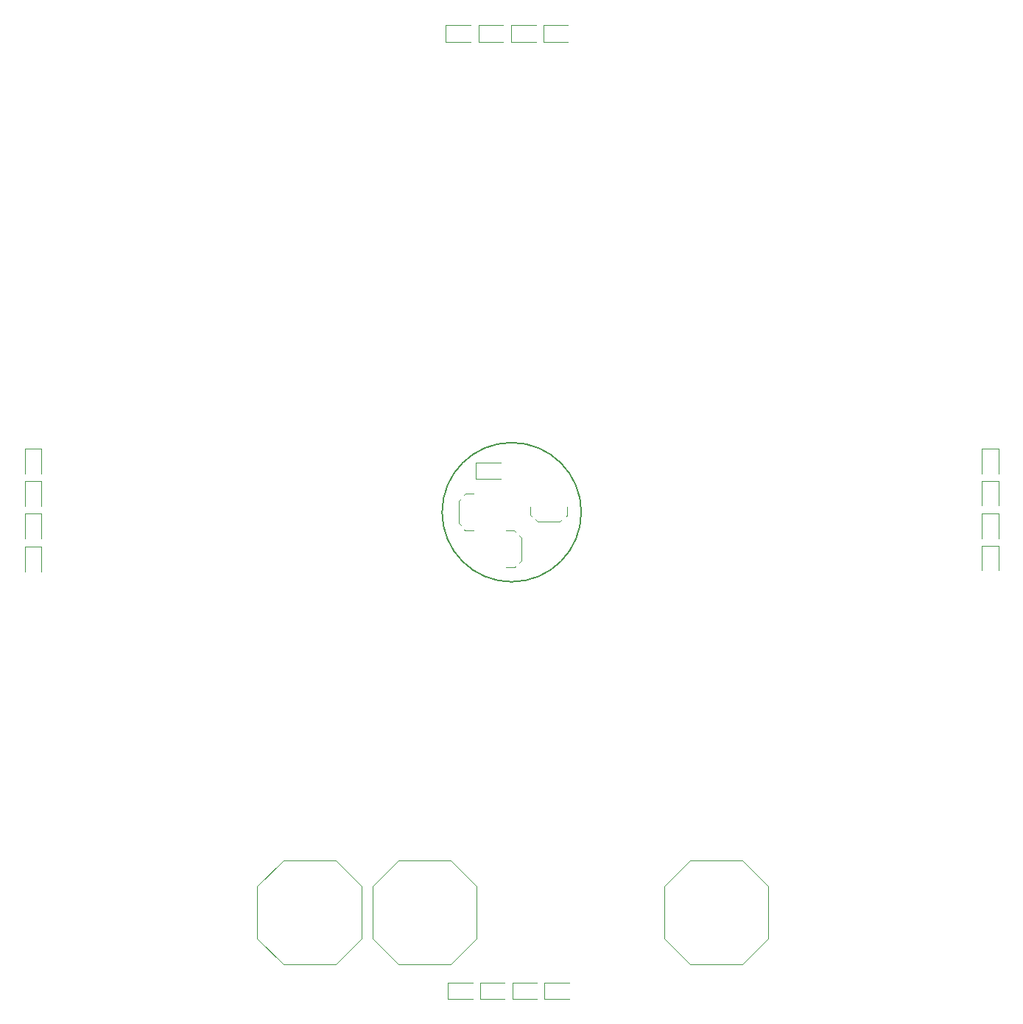
<source format=gbr>
%TF.GenerationSoftware,KiCad,Pcbnew,7.0.6*%
%TF.CreationDate,2023-08-13T13:34:14+02:00*%
%TF.ProjectId,MagLev,4d61674c-6576-42e6-9b69-6361645f7063,V1.0*%
%TF.SameCoordinates,Original*%
%TF.FileFunction,Legend,Bot*%
%TF.FilePolarity,Positive*%
%FSLAX46Y46*%
G04 Gerber Fmt 4.6, Leading zero omitted, Abs format (unit mm)*
G04 Created by KiCad (PCBNEW 7.0.6) date 2023-08-13 13:34:14*
%MOMM*%
%LPD*%
G01*
G04 APERTURE LIST*
%ADD10C,0.153000*%
%ADD11C,0.120000*%
%ADD12C,0.100000*%
G04 APERTURE END LIST*
D10*
X160400000Y-101600000D02*
G75*
G03*
X160400000Y-101600000I-8000000J0D01*
G01*
D11*
%TO.C,D14*%
X98360000Y-101765000D02*
X98360000Y-104625000D01*
X96440000Y-101765000D02*
X98360000Y-101765000D01*
X96440000Y-104625000D02*
X96440000Y-101765000D01*
%TO.C,PB2*%
D12*
X181894400Y-144602800D02*
X181894400Y-150597200D01*
X178897200Y-153594400D01*
X172902800Y-153594400D01*
X169905600Y-150597200D01*
X169905600Y-144602800D01*
X172902800Y-141605600D01*
X178897200Y-141605600D01*
X181894400Y-144602800D01*
D11*
%TO.C,D18*%
X208360000Y-101740000D02*
X208360000Y-104600000D01*
X206440000Y-101740000D02*
X208360000Y-101740000D01*
X206440000Y-104600000D02*
X206440000Y-101740000D01*
%TO.C,D20*%
X156030000Y-45615000D02*
X158890000Y-45615000D01*
X156030000Y-47535000D02*
X156030000Y-45615000D01*
X158890000Y-47535000D02*
X156030000Y-47535000D01*
%TO.C,D16*%
X152464998Y-155640000D02*
X155324998Y-155640000D01*
X152464998Y-157560000D02*
X152464998Y-155640000D01*
X155324998Y-157560000D02*
X152464998Y-157560000D01*
%TO.C,U11*%
X158800000Y-101900000D02*
X158800000Y-100950000D01*
X158650000Y-102050000D02*
X158800000Y-101900000D01*
X157950000Y-102700000D02*
X158200000Y-102450000D01*
X157950000Y-102700000D02*
X155350000Y-102700000D01*
X155350000Y-102700000D02*
X155100000Y-102450000D01*
X154700000Y-102050000D02*
X154550000Y-101900000D01*
X154550000Y-100950000D02*
X154550000Y-101900000D01*
%TO.C,D12*%
X152330000Y-45615000D02*
X155190000Y-45615000D01*
X152330000Y-47535000D02*
X152330000Y-45615000D01*
X155190000Y-47535000D02*
X152330000Y-47535000D01*
%TO.C,D17*%
X145040000Y-155640000D02*
X147900000Y-155640000D01*
X145040000Y-157560000D02*
X145040000Y-155640000D01*
X147900000Y-157560000D02*
X145040000Y-157560000D01*
%TO.C,D23*%
X98360000Y-98040001D02*
X98360000Y-100900001D01*
X96440000Y-98040001D02*
X98360000Y-98040001D01*
X96440000Y-100900001D02*
X96440000Y-98040001D01*
%TO.C,Q16*%
X148290000Y-95890000D02*
X151150000Y-95890000D01*
X148290000Y-97810000D02*
X148290000Y-95890000D01*
X151150000Y-97810000D02*
X148290000Y-97810000D01*
%TO.C,D27*%
X208360000Y-97990002D02*
X208360000Y-100850002D01*
X206440000Y-97990002D02*
X208360000Y-97990002D01*
X206440000Y-100850002D02*
X206440000Y-97990002D01*
%TO.C,D19*%
X208360000Y-94290002D02*
X208360000Y-97150002D01*
X206440000Y-94290002D02*
X208360000Y-94290002D01*
X206440000Y-97150002D02*
X206440000Y-94290002D01*
%TO.C,D26*%
X208360000Y-105440000D02*
X208360000Y-108300000D01*
X206440000Y-105440000D02*
X208360000Y-105440000D01*
X206440000Y-108300000D02*
X206440000Y-105440000D01*
%TO.C,D25*%
X148739999Y-155640000D02*
X151599999Y-155640000D01*
X148739999Y-157560000D02*
X148739999Y-155640000D01*
X151599999Y-157560000D02*
X148739999Y-157560000D01*
%TO.C,D15*%
X98360000Y-94289999D02*
X98360000Y-97149999D01*
X96440000Y-94289999D02*
X98360000Y-94289999D01*
X96440000Y-97149999D02*
X96440000Y-94289999D01*
%TO.C,U12*%
X147100000Y-103730000D02*
X148050000Y-103730000D01*
X146950000Y-103580000D02*
X147100000Y-103730000D01*
X146300000Y-102880000D02*
X146550000Y-103130000D01*
X146300000Y-102880000D02*
X146300000Y-100280000D01*
X146300000Y-100280000D02*
X146550000Y-100030000D01*
X146950000Y-99630000D02*
X147100000Y-99480000D01*
X148050000Y-99480000D02*
X147100000Y-99480000D01*
%TO.C,U10*%
X152700000Y-103720000D02*
X151750000Y-103720000D01*
X152850000Y-103870000D02*
X152700000Y-103720000D01*
X153500000Y-104570000D02*
X153250000Y-104320000D01*
X153500000Y-104570000D02*
X153500000Y-107170000D01*
X153500000Y-107170000D02*
X153250000Y-107420000D01*
X152850000Y-107820000D02*
X152700000Y-107970000D01*
X151750000Y-107970000D02*
X152700000Y-107970000D01*
%TO.C,PB1*%
D12*
X135144400Y-144602800D02*
X135144400Y-150597200D01*
X132147200Y-153594400D01*
X126152800Y-153594400D01*
X123155600Y-150597200D01*
X123155600Y-144602800D01*
X126152800Y-141605600D01*
X132147200Y-141605600D01*
X135144400Y-144602800D01*
D11*
%TO.C,D22*%
X98360000Y-105540001D02*
X98360000Y-108400001D01*
X96440000Y-105540001D02*
X98360000Y-105540001D01*
X96440000Y-108400001D02*
X96440000Y-105540001D01*
%TO.C,D21*%
X148579999Y-45615000D02*
X151439999Y-45615000D01*
X148579999Y-47535000D02*
X148579999Y-45615000D01*
X151439999Y-47535000D02*
X148579999Y-47535000D01*
%TO.C,PB3*%
D12*
X148394400Y-144602800D02*
X148394400Y-150597200D01*
X145397200Y-153594400D01*
X139402800Y-153594400D01*
X136405600Y-150597200D01*
X136405600Y-144602800D01*
X139402800Y-141605600D01*
X145397200Y-141605600D01*
X148394400Y-144602800D01*
D11*
%TO.C,D13*%
X144815000Y-45640000D02*
X147675000Y-45640000D01*
X144815000Y-47560000D02*
X144815000Y-45640000D01*
X147675000Y-47560000D02*
X144815000Y-47560000D01*
%TO.C,D24*%
X156165000Y-155640000D02*
X159025000Y-155640000D01*
X156165000Y-157560000D02*
X156165000Y-155640000D01*
X159025000Y-157560000D02*
X156165000Y-157560000D01*
%TD*%
M02*

</source>
